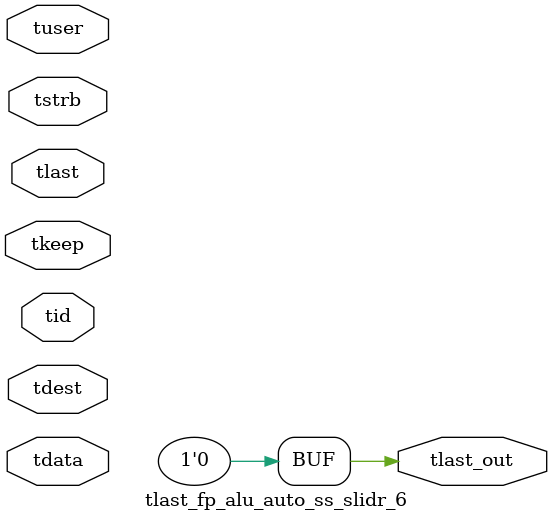
<source format=v>


`timescale 1ps/1ps

module tlast_fp_alu_auto_ss_slidr_6 #
(
parameter C_S_AXIS_TID_WIDTH   = 1,
parameter C_S_AXIS_TUSER_WIDTH = 0,
parameter C_S_AXIS_TDATA_WIDTH = 0,
parameter C_S_AXIS_TDEST_WIDTH = 0
)
(
input  [(C_S_AXIS_TID_WIDTH   == 0 ? 1 : C_S_AXIS_TID_WIDTH)-1:0       ] tid,
input  [(C_S_AXIS_TDATA_WIDTH == 0 ? 1 : C_S_AXIS_TDATA_WIDTH)-1:0     ] tdata,
input  [(C_S_AXIS_TUSER_WIDTH == 0 ? 1 : C_S_AXIS_TUSER_WIDTH)-1:0     ] tuser,
input  [(C_S_AXIS_TDEST_WIDTH == 0 ? 1 : C_S_AXIS_TDEST_WIDTH)-1:0     ] tdest,
input  [(C_S_AXIS_TDATA_WIDTH/8)-1:0 ] tkeep,
input  [(C_S_AXIS_TDATA_WIDTH/8)-1:0 ] tstrb,
input  [0:0]                                                             tlast,
output                                                                   tlast_out
);

assign tlast_out = {1'b0};

endmodule


</source>
